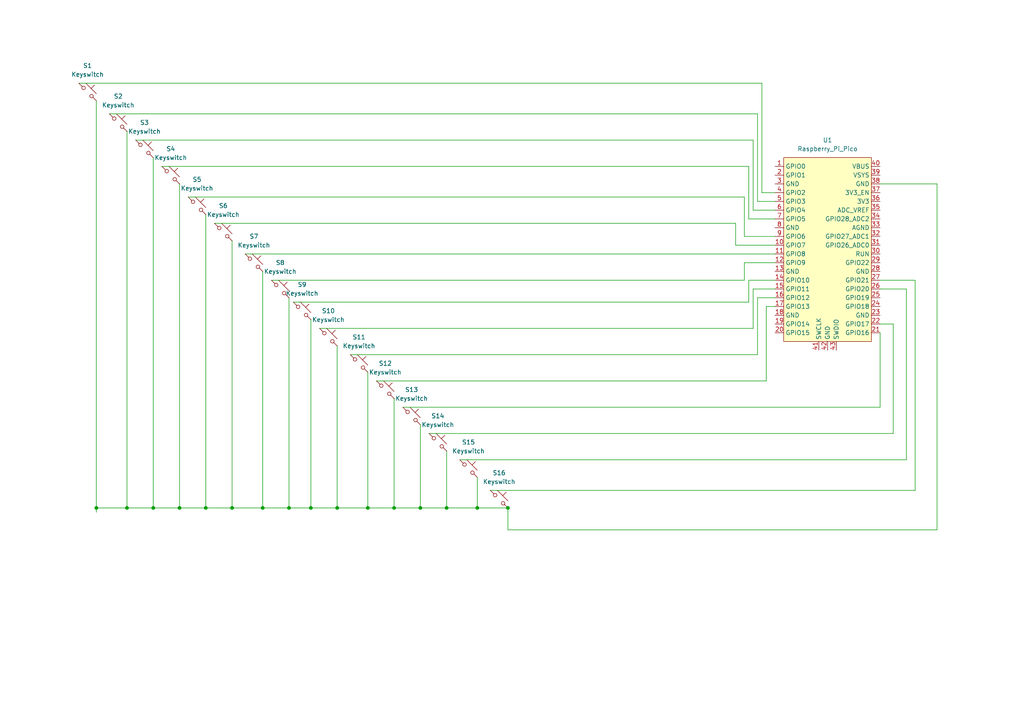
<source format=kicad_sch>
(kicad_sch (version 20250114) (generator "eeschema") (generator_version "9.0")
  (paper "A4")
  (lib_symbols
    (symbol "keebee:MCU_Raspberry_Pi_Pico"
      (property "Reference" "U" (at 0 0 0))
      (property "Value" "Raspberry_Pi_Pico" (at 0 27.94 0))
      (symbol "MCU_Raspberry_Pi_Pico_0_1"
        (rectangle (start -12.7 26.67) (end 12.7 -26.67) (fill (type background)))
      )
      (symbol "MCU_Raspberry_Pi_Pico_1_1"
        (pin bidirectional line (at -15.24 24.13 0) (length 2.54) (name "GPIO0") (number "1"))
        (pin bidirectional line (at -15.24 21.59 0) (length 2.54) (name "GPIO1") (number "2"))
        (pin power_in line (at -15.24 19.05 0) (length 2.54) (name "GND") (number "3"))
        (pin bidirectional line (at -15.24 16.51 0) (length 2.54) (name "GPIO2") (number "4"))
        (pin bidirectional line (at -15.24 13.97 0) (length 2.54) (name "GPIO3") (number "5"))
        (pin bidirectional line (at -15.24 11.43 0) (length 2.54) (name "GPIO4") (number "6"))
        (pin bidirectional line (at -15.24 8.89 0) (length 2.54) (name "GPIO5") (number "7"))
        (pin power_in line (at -15.24 6.35 0) (length 2.54) (name "GND") (number "8"))
        (pin bidirectional line (at -15.24 3.81 0) (length 2.54) (name "GPIO6") (number "9"))
        (pin bidirectional line (at -15.24 1.27 0) (length 2.54) (name "GPIO7") (number "10"))
        (pin bidirectional line (at -15.24 -1.27 0) (length 2.54) (name "GPIO8") (number "11"))
        (pin bidirectional line (at -15.24 -3.81 0) (length 2.54) (name "GPIO9") (number "12"))
        (pin power_in line (at -15.24 -6.35 0) (length 2.54) (name "GND") (number "13"))
        (pin bidirectional line (at -15.24 -8.89 0) (length 2.54) (name "GPIO10") (number "14"))
        (pin bidirectional line (at -15.24 -11.43 0) (length 2.54) (name "GPIO11") (number "15"))
        (pin bidirectional line (at -15.24 -13.97 0) (length 2.54) (name "GPIO12") (number "16"))
        (pin bidirectional line (at -15.24 -16.51 0) (length 2.54) (name "GPIO13") (number "17"))
        (pin power_in line (at -15.24 -19.05 0) (length 2.54) (name "GND") (number "18"))
        (pin bidirectional line (at -15.24 -21.59 0) (length 2.54) (name "GPIO14") (number "19"))
        (pin bidirectional line (at -15.24 -24.13 0) (length 2.54) (name "GPIO15") (number "20"))
        (pin input line (at -2.54 -29.21 90) (length 2.54) (name "SWCLK") (number "41"))
        (pin power_in line (at 0 -29.21 90) (length 2.54) (name "GND") (number "42"))
        (pin bidirectional line (at 2.54 -29.21 90) (length 2.54) (name "SWDIO") (number "43"))
        (pin power_in line (at 15.24 24.13 180) (length 2.54) (name "VBUS") (number "40"))
        (pin power_in line (at 15.24 21.59 180) (length 2.54) (name "VSYS") (number "39"))
        (pin bidirectional line (at 15.24 19.05 180) (length 2.54) (name "GND") (number "38"))
        (pin input line (at 15.24 16.51 180) (length 2.54) (name "3V3_EN") (number "37"))
        (pin power_in line (at 15.24 13.97 180) (length 2.54) (name "3V3") (number "36"))
        (pin power_in line (at 15.24 11.43 180) (length 2.54) (name "ADC_VREF") (number "35"))
        (pin bidirectional line (at 15.24 8.89 180) (length 2.54) (name "GPIO28_ADC2") (number "34"))
        (pin power_in line (at 15.24 6.35 180) (length 2.54) (name "AGND") (number "33"))
        (pin bidirectional line (at 15.24 3.81 180) (length 2.54) (name "GPIO27_ADC1") (number "32"))
        (pin bidirectional line (at 15.24 1.27 180) (length 2.54) (name "GPIO26_ADC0") (number "31"))
        (pin input line (at 15.24 -1.27 180) (length 2.54) (name "RUN") (number "30"))
        (pin bidirectional line (at 15.24 -3.81 180) (length 2.54) (name "GPIO22") (number "29"))
        (pin power_in line (at 15.24 -6.35 180) (length 2.54) (name "GND") (number "28"))
        (pin bidirectional line (at 15.24 -8.89 180) (length 2.54) (name "GPIO21") (number "27"))
        (pin bidirectional line (at 15.24 -11.43 180) (length 2.54) (name "GPIO20") (number "26"))
        (pin bidirectional line (at 15.24 -13.97 180) (length 2.54) (name "GPIO19") (number "25"))
        (pin bidirectional line (at 15.24 -16.51 180) (length 2.54) (name "GPIO18") (number "24"))
        (pin power_in line (at 15.24 -19.05 180) (length 2.54) (name "GND") (number "23"))
        (pin bidirectional line (at 15.24 -21.59 180) (length 2.54) (name "GPIO17") (number "22"))
        (pin bidirectional line (at 15.24 -24.13 180) (length 2.54) (name "GPIO16") (number "21"))
      )
    )
    (symbol "keebee:Placeholder_Keyswitch" (pin_numbers (hide yes)) (pin_names (offset 1.016) (hide yes))
      (property "Reference" "S" (at 3.048 1.016 0))
      (property "Value" "Keyswitch" (at 0 -3.81 0))
      (symbol "Placeholder_Keyswitch_0_1"
        (polyline (pts (xy -2.54 2.54) (xy -1.524 1.524) (xy -1.524 1.524)))
        (circle (center -1.1684 1.1684) (radius 0.508))
        (polyline (pts (xy -0.508 2.54) (xy 2.54 -0.508)))
        (polyline (pts (xy 1.016 1.016) (xy 2.032 2.032)))
        (circle (center 1.143 -1.1938) (radius 0.508))
        (polyline (pts (xy 1.524 -1.524) (xy 2.54 -2.54) (xy 2.54 -2.54) (xy 2.54 -2.54)))
        (pin passive line (at -2.54 2.54 0) (length 0) (name "1") (number "1"))
        (pin passive line (at 2.54 -2.54 180) (length 0) (name "2") (number "2"))
      )
    )
  )
  (junction (at 67.31 147.32))
  (junction (at 147.32 147.32))
  (junction (at 76.2 147.32))
  (junction (at 36.83 147.32))
  (junction (at 97.79 147.32))
  (junction (at 83.82 147.32))
  (junction (at 121.92 147.32))
  (junction (at 106.68 147.32))
  (junction (at 52.07 147.32))
  (junction (at 44.45 147.32))
  (junction (at 138.43 147.32))
  (junction (at 27.94 147.32))
  (junction (at 90.17 147.32))
  (junction (at 59.69 147.32))
  (junction (at 114.3 147.32))
  (junction (at 129.54 147.32))
  (wire (pts (xy 114.3 147.32) (xy 121.92 147.32)))
  (wire (pts (xy 36.83 38.1) (xy 36.83 147.32)))
  (wire (pts (xy 262.89 133.35) (xy 133.35 133.35)))
  (wire (pts (xy 67.31 147.32) (xy 76.2 147.32)))
  (wire (pts (xy 255.27 83.82) (xy 262.89 83.82)))
  (wire (pts (xy 138.43 147.32) (xy 147.32 147.32)))
  (wire (pts (xy 67.31 69.85) (xy 67.31 147.32)))
  (wire (pts (xy 255.27 93.98) (xy 259.08 93.98)))
  (wire (pts (xy 59.69 62.23) (xy 59.69 147.32)))
  (wire (pts (xy 224.79 86.36) (xy 219.71 86.36)))
  (wire (pts (xy 217.17 87.63) (xy 85.09 87.63)))
  (wire (pts (xy 224.79 63.5) (xy 217.17 63.5)))
  (wire (pts (xy 215.9 57.15) (xy 54.61 57.15)))
  (wire (pts (xy 121.92 123.19) (xy 121.92 147.32)))
  (wire (pts (xy 52.07 147.32) (xy 59.69 147.32)))
  (wire (pts (xy 271.78 153.67) (xy 271.78 53.34)))
  (wire (pts (xy 129.54 147.32) (xy 138.43 147.32)))
  (wire (pts (xy 106.68 147.32) (xy 114.3 147.32)))
  (wire (pts (xy 97.79 147.32) (xy 106.68 147.32)))
  (wire (pts (xy 76.2 147.32) (xy 83.82 147.32)))
  (wire (pts (xy 224.79 83.82) (xy 218.44 83.82)))
  (wire (pts (xy 218.44 40.64) (xy 39.37 40.64)))
  (wire (pts (xy 218.44 95.25) (xy 92.71 95.25)))
  (wire (pts (xy 83.82 147.32) (xy 90.17 147.32)))
  (wire (pts (xy 219.71 86.36) (xy 219.71 102.87)))
  (wire (pts (xy 224.79 68.58) (xy 215.9 68.58)))
  (wire (pts (xy 218.44 60.96) (xy 218.44 40.64)))
  (wire (pts (xy 220.98 55.88) (xy 220.98 24.13)))
  (wire (pts (xy 52.07 53.34) (xy 52.07 147.32)))
  (wire (pts (xy 255.27 118.11) (xy 116.84 118.11)))
  (wire (pts (xy 71.12 73.66) (xy 224.79 73.66)))
  (wire (pts (xy 44.45 45.72) (xy 44.45 147.32)))
  (wire (pts (xy 224.79 71.12) (xy 213.36 71.12)))
  (wire (pts (xy 217.17 48.26) (xy 46.99 48.26)))
  (wire (pts (xy 222.25 110.49) (xy 109.22 110.49)))
  (wire (pts (xy 219.71 58.42) (xy 219.71 33.02)))
  (wire (pts (xy 114.3 115.57) (xy 114.3 147.32)))
  (wire (pts (xy 36.83 147.32) (xy 44.45 147.32)))
  (wire (pts (xy 218.44 83.82) (xy 218.44 95.25)))
  (wire (pts (xy 44.45 147.32) (xy 52.07 147.32)))
  (wire (pts (xy 147.32 147.32) (xy 147.32 153.67)))
  (wire (pts (xy 27.94 29.21) (xy 27.94 147.32)))
  (wire (pts (xy 129.54 130.81) (xy 129.54 147.32)))
  (wire (pts (xy 220.98 55.88) (xy 224.79 55.88)))
  (wire (pts (xy 217.17 81.28) (xy 217.17 87.63)))
  (wire (pts (xy 222.25 88.9) (xy 222.25 110.49)))
  (wire (pts (xy 219.71 102.87) (xy 101.6 102.87)))
  (wire (pts (xy 90.17 92.71) (xy 90.17 147.32)))
  (wire (pts (xy 213.36 64.77) (xy 62.23 64.77)))
  (wire (pts (xy 224.79 76.2) (xy 215.9 76.2)))
  (wire (pts (xy 215.9 76.2) (xy 215.9 81.28)))
  (wire (pts (xy 217.17 63.5) (xy 217.17 48.26)))
  (wire (pts (xy 220.98 24.13) (xy 22.86 24.13)))
  (wire (pts (xy 106.68 107.95) (xy 106.68 147.32)))
  (wire (pts (xy 27.94 147.32) (xy 27.94 148.59)))
  (wire (pts (xy 138.43 138.43) (xy 138.43 147.32)))
  (wire (pts (xy 224.79 60.96) (xy 218.44 60.96)))
  (wire (pts (xy 259.08 93.98) (xy 259.08 125.73)))
  (wire (pts (xy 271.78 53.34) (xy 255.27 53.34)))
  (wire (pts (xy 121.92 147.32) (xy 129.54 147.32)))
  (wire (pts (xy 59.69 147.32) (xy 67.31 147.32)))
  (wire (pts (xy 219.71 33.02) (xy 31.75 33.02)))
  (wire (pts (xy 224.79 88.9) (xy 222.25 88.9)))
  (wire (pts (xy 147.32 153.67) (xy 271.78 153.67)))
  (wire (pts (xy 255.27 96.52) (xy 255.27 118.11)))
  (wire (pts (xy 215.9 81.28) (xy 78.74 81.28)))
  (wire (pts (xy 97.79 100.33) (xy 97.79 147.32)))
  (wire (pts (xy 90.17 147.32) (xy 97.79 147.32)))
  (wire (pts (xy 213.36 71.12) (xy 213.36 64.77)))
  (wire (pts (xy 259.08 125.73) (xy 124.46 125.73)))
  (wire (pts (xy 255.27 81.28) (xy 265.43 81.28)))
  (wire (pts (xy 215.9 68.58) (xy 215.9 57.15)))
  (wire (pts (xy 76.2 78.74) (xy 76.2 147.32)))
  (wire (pts (xy 224.79 58.42) (xy 219.71 58.42)))
  (wire (pts (xy 27.94 147.32) (xy 36.83 147.32)))
  (wire (pts (xy 265.43 81.28) (xy 265.43 142.24)))
  (wire (pts (xy 265.43 142.24) (xy 142.24 142.24)))
  (wire (pts (xy 83.82 86.36) (xy 83.82 147.32)))
  (wire (pts (xy 262.89 83.82) (xy 262.89 133.35)))
  (wire (pts (xy 224.79 81.28) (xy 217.17 81.28)))
  (symbol (lib_id "keebee:Placeholder_Keyswitch") (at 64.77 67.31 0) (unit 1)
    (property "Reference" "S6" (at 64.77 59.69 0))
    (property "Value" "Keyswitch" (at 64.77 62.23 0))
    (property "Footprint" "PCM_Switch_Keyboard_Hotswap_Kailh:SW_Hotswap_Kailh_MX" (effects (hide yes)))
    (property "Description" "Push button switch, normally open, two pins, 45° tilted" (effects (hide yes)))
  )
  (symbol (lib_id "keebee:Placeholder_Keyswitch") (at 73.66 76.2 0) (unit 1)
    (property "Reference" "S7" (at 73.66 68.58 0))
    (property "Value" "Keyswitch" (at 73.66 71.12 0))
    (property "Footprint" "PCM_Switch_Keyboard_Hotswap_Kailh:SW_Hotswap_Kailh_MX" (effects (hide yes)))
    (property "Description" "Push button switch, normally open, two pins, 45° tilted" (effects (hide yes)))
  )
  (symbol (lib_id "keebee:Placeholder_Keyswitch") (at 41.91 43.18 0) (unit 1)
    (property "Reference" "S3" (at 41.91 35.56 0))
    (property "Value" "Keyswitch" (at 41.91 38.1 0))
    (property "Footprint" "PCM_Switch_Keyboard_Hotswap_Kailh:SW_Hotswap_Kailh_MX" (effects (hide yes)))
    (property "Description" "Push button switch, normally open, two pins, 45° tilted" (effects (hide yes)))
  )
  (symbol (lib_id "keebee:Placeholder_Keyswitch") (at 127 128.27 0) (unit 1)
    (property "Reference" "S14" (at 127 120.65 0))
    (property "Value" "Keyswitch" (at 127 123.19 0))
    (property "Footprint" "PCM_Switch_Keyboard_Hotswap_Kailh:SW_Hotswap_Kailh_MX" (effects (hide yes)))
    (property "Description" "Push button switch, normally open, two pins, 45° tilted" (effects (hide yes)))
  )
  (symbol (lib_id "keebee:Placeholder_Keyswitch") (at 81.28 83.82 0) (unit 1)
    (property "Reference" "S8" (at 81.28 76.2 0))
    (property "Value" "Keyswitch" (at 81.28 78.74 0))
    (property "Footprint" "PCM_Switch_Keyboard_Hotswap_Kailh:SW_Hotswap_Kailh_MX" (effects (hide yes)))
    (property "Description" "Push button switch, normally open, two pins, 45° tilted" (effects (hide yes)))
  )
  (symbol (lib_id "keebee:Placeholder_Keyswitch") (at 135.89 135.89 0) (unit 1)
    (property "Reference" "S15" (at 135.89 128.27 0))
    (property "Value" "Keyswitch" (at 135.89 130.81 0))
    (property "Footprint" "PCM_Switch_Keyboard_Hotswap_Kailh:SW_Hotswap_Kailh_MX" (effects (hide yes)))
    (property "Description" "Push button switch, normally open, two pins, 45° tilted" (effects (hide yes)))
  )
  (symbol (lib_id "keebee:Placeholder_Keyswitch") (at 49.53 50.8 0) (unit 1)
    (property "Reference" "S4" (at 49.53 43.18 0))
    (property "Value" "Keyswitch" (at 49.53 45.72 0))
    (property "Footprint" "PCM_Switch_Keyboard_Hotswap_Kailh:SW_Hotswap_Kailh_MX" (effects (hide yes)))
    (property "Description" "Push button switch, normally open, two pins, 45° tilted" (effects (hide yes)))
  )
  (symbol (lib_id "keebee:Placeholder_Keyswitch") (at 95.25 97.79 0) (unit 1)
    (property "Reference" "S10" (at 95.25 90.17 0))
    (property "Value" "Keyswitch" (at 95.25 92.71 0))
    (property "Footprint" "PCM_Switch_Keyboard_Hotswap_Kailh:SW_Hotswap_Kailh_MX" (effects (hide yes)))
    (property "Description" "Push button switch, normally open, two pins, 45° tilted" (effects (hide yes)))
  )
  (symbol (lib_id "keebee:Placeholder_Keyswitch") (at 34.29 35.56 0) (unit 1)
    (property "Reference" "S2" (at 34.29 27.94 0))
    (property "Value" "Keyswitch" (at 34.29 30.48 0))
    (property "Footprint" "PCM_Switch_Keyboard_Hotswap_Kailh:SW_Hotswap_Kailh_MX" (effects (hide yes)))
    (property "Description" "Push button switch, normally open, two pins, 45° tilted" (effects (hide yes)))
  )
  (symbol (lib_id "keebee:Placeholder_Keyswitch") (at 57.15 59.69 0) (unit 1)
    (property "Reference" "S5" (at 57.15 52.07 0))
    (property "Value" "Keyswitch" (at 57.15 54.61 0))
    (property "Footprint" "PCM_Switch_Keyboard_Hotswap_Kailh:SW_Hotswap_Kailh_MX" (effects (hide yes)))
    (property "Description" "Push button switch, normally open, two pins, 45° tilted" (effects (hide yes)))
  )
  (symbol (lib_id "keebee:MCU_Raspberry_Pi_Pico") (at 240.03 72.39 0) (unit 1)
    (property "Reference" "U1" (at 240.03 40.64 0))
    (property "Value" "Raspberry_Pi_Pico" (at 240.03 43.18 0))
    (property "Footprint" "PCM_SL_Development_Boards:raspberry_pi_pico_THT" (effects (hide yes)))
  )
  (symbol (lib_id "keebee:Placeholder_Keyswitch") (at 87.63 90.17 0) (unit 1)
    (property "Reference" "S9" (at 87.63 82.55 0))
    (property "Value" "Keyswitch" (at 87.63 85.09 0))
    (property "Footprint" "PCM_Switch_Keyboard_Hotswap_Kailh:SW_Hotswap_Kailh_MX" (effects (hide yes)))
    (property "Description" "Push button switch, normally open, two pins, 45° tilted" (effects (hide yes)))
  )
  (symbol (lib_id "keebee:Placeholder_Keyswitch") (at 104.14 105.41 0) (unit 1)
    (property "Reference" "S11" (at 104.14 97.79 0))
    (property "Value" "Keyswitch" (at 104.14 100.33 0))
    (property "Footprint" "PCM_Switch_Keyboard_Hotswap_Kailh:SW_Hotswap_Kailh_MX" (effects (hide yes)))
    (property "Description" "Push button switch, normally open, two pins, 45° tilted" (effects (hide yes)))
  )
  (symbol (lib_id "keebee:Placeholder_Keyswitch") (at 119.38 120.65 0) (unit 1)
    (property "Reference" "S13" (at 119.38 113.03 0))
    (property "Value" "Keyswitch" (at 119.38 115.57 0))
    (property "Footprint" "PCM_Switch_Keyboard_Hotswap_Kailh:SW_Hotswap_Kailh_MX" (effects (hide yes)))
    (property "Description" "Push button switch, normally open, two pins, 45° tilted" (effects (hide yes)))
  )
  (symbol (lib_id "keebee:Placeholder_Keyswitch") (at 144.78 144.78 0) (unit 1)
    (property "Reference" "S16" (at 144.78 137.16 0))
    (property "Value" "Keyswitch" (at 144.78 139.7 0))
    (property "Footprint" "PCM_Switch_Keyboard_Hotswap_Kailh:SW_Hotswap_Kailh_MX" (effects (hide yes)))
    (property "Description" "Push button switch, normally open, two pins, 45° tilted" (effects (hide yes)))
  )
  (symbol (lib_id "keebee:Placeholder_Keyswitch") (at 111.76 113.03 0) (unit 1)
    (property "Reference" "S12" (at 111.76 105.41 0))
    (property "Value" "Keyswitch" (at 111.76 107.95 0))
    (property "Footprint" "PCM_Switch_Keyboard_Hotswap_Kailh:SW_Hotswap_Kailh_MX" (effects (hide yes)))
    (property "Description" "Push button switch, normally open, two pins, 45° tilted" (effects (hide yes)))
  )
  (symbol (lib_id "keebee:Placeholder_Keyswitch") (at 25.4 26.67 0) (unit 1)
    (property "Reference" "S1" (at 25.4 19.05 0))
    (property "Value" "Keyswitch" (at 25.4 21.59 0))
    (property "Footprint" "PCM_Switch_Keyboard_Hotswap_Kailh:SW_Hotswap_Kailh_MX" (effects (hide yes)))
    (property "Description" "Push button switch, normally open, two pins, 45° tilted" (effects (hide yes)))
  )
)
</source>
